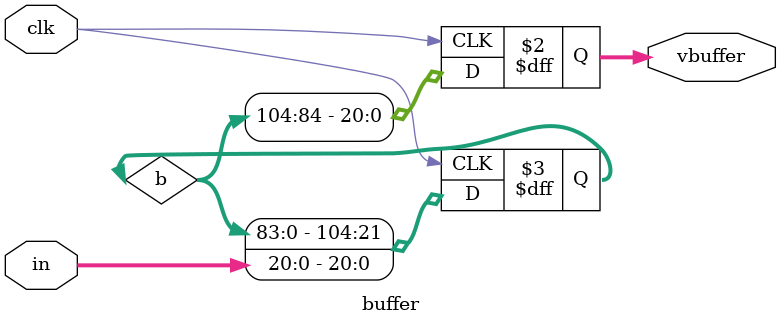
<source format=v>
`timescale 1ns / 1ps


module buffer(
    input [20:0] in,
    input clk, 
    output reg signed [20:0] vbuffer
    );

   reg signed [104:0]b;
   always @(posedge clk)
    begin
        vbuffer = b[104:84];
        b[104:21] = b[83:0];
        b[20:0] = in;
    end
endmodule

</source>
